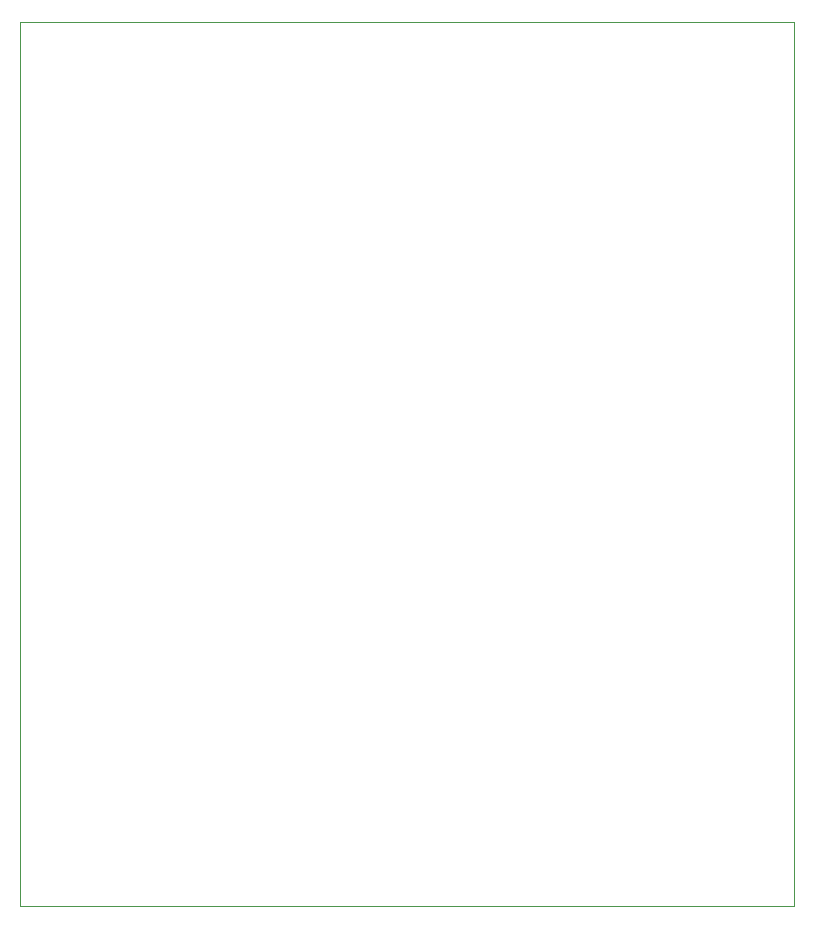
<source format=gbr>
%TF.GenerationSoftware,KiCad,Pcbnew,8.0.3*%
%TF.CreationDate,2025-02-12T02:25:28-08:00*%
%TF.ProjectId,MLU_Breakout,4d4c555f-4272-4656-916b-6f75742e6b69,rev?*%
%TF.SameCoordinates,Original*%
%TF.FileFunction,Profile,NP*%
%FSLAX46Y46*%
G04 Gerber Fmt 4.6, Leading zero omitted, Abs format (unit mm)*
G04 Created by KiCad (PCBNEW 8.0.3) date 2025-02-12 02:25:28*
%MOMM*%
%LPD*%
G01*
G04 APERTURE LIST*
%TA.AperFunction,Profile*%
%ADD10C,0.050000*%
%TD*%
G04 APERTURE END LIST*
D10*
X137118400Y-61417600D02*
X202718400Y-61417600D01*
X202718400Y-136217600D01*
X137118400Y-136217600D01*
X137118400Y-61417600D01*
M02*

</source>
